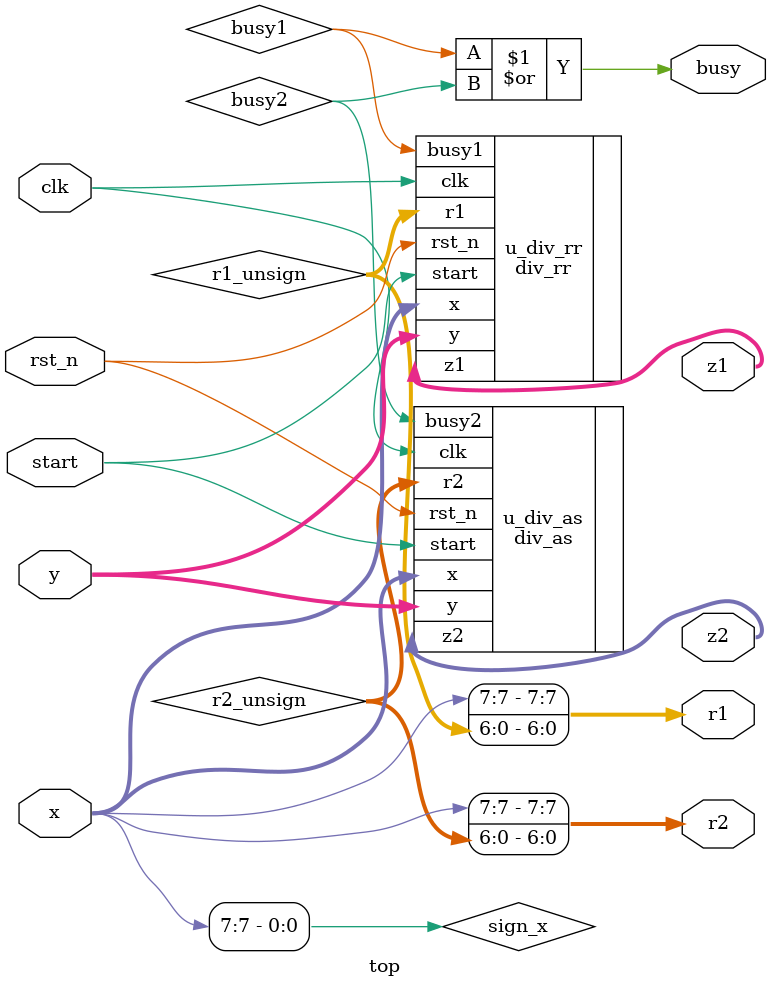
<source format=v>
`timescale 1ns / 1ps


module top (
    input  wire       clk  ,
    input  wire       rst_n,
    input  wire [7:0] x    ,
    input  wire [7:0] y    ,
    input  wire       start,
    output wire [7:0] z1   ,
    output wire [7:0] r1   ,
    output wire [7:0] z2   ,
    output wire [7:0] r2   ,
    output wire       busy     
);

wire busy1;
wire busy2;
wire sign_x = x[7];
wire [7:0] r1_unsign;
wire [7:0] r2_unsign;

assign r1[6:0] = r1_unsign[6:0];
assign r2[6:0] = r2_unsign[6:0];
assign r1[7] = sign_x;
assign r2[7] = sign_x;

div_rr u_div_rr (
    .clk    (clk  ),
    .rst_n  (rst_n),
    .x      (x    ),
    .y      (y    ),
    .start  (start),
    .z1     (z1   ),
    .r1     (r1_unsign   ),
    .busy1  (busy1)
);

div_as u_div_as (
    .clk    (clk  ),
    .rst_n  (rst_n),
    .x      (x    ),
    .y      (y    ),
    .start  (start),
    .z2     (z2   ),
    .r2     (r2_unsign   ),
    .busy2  (busy2)
);

assign busy = busy1 | busy2;

endmodule


</source>
